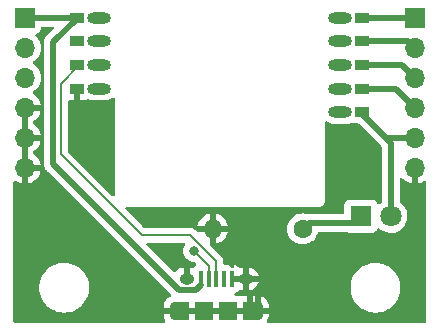
<source format=gbr>
%TF.GenerationSoftware,KiCad,Pcbnew,(6.0.2-0)*%
%TF.CreationDate,2022-05-31T21:56:41-04:00*%
%TF.ProjectId,hitclips_2040_programmer,68697463-6c69-4707-935f-323034305f70,rev?*%
%TF.SameCoordinates,Original*%
%TF.FileFunction,Copper,L1,Top*%
%TF.FilePolarity,Positive*%
%FSLAX46Y46*%
G04 Gerber Fmt 4.6, Leading zero omitted, Abs format (unit mm)*
G04 Created by KiCad (PCBNEW (6.0.2-0)) date 2022-05-31 21:56:41*
%MOMM*%
%LPD*%
G01*
G04 APERTURE LIST*
%TA.AperFunction,ComponentPad*%
%ADD10O,2.000000X0.950000*%
%TD*%
%TA.AperFunction,ComponentPad*%
%ADD11R,1.300000X0.900000*%
%TD*%
%TA.AperFunction,ComponentPad*%
%ADD12R,1.700000X1.700000*%
%TD*%
%TA.AperFunction,ComponentPad*%
%ADD13O,1.700000X1.700000*%
%TD*%
%TA.AperFunction,ComponentPad*%
%ADD14C,1.600000*%
%TD*%
%TA.AperFunction,ComponentPad*%
%ADD15O,1.600000X1.600000*%
%TD*%
%TA.AperFunction,ComponentPad*%
%ADD16C,1.800000*%
%TD*%
%TA.AperFunction,ComponentPad*%
%ADD17R,1.800000X1.800000*%
%TD*%
%TA.AperFunction,SMDPad,CuDef*%
%ADD18R,1.500000X1.550000*%
%TD*%
%TA.AperFunction,ComponentPad*%
%ADD19O,1.250000X0.950000*%
%TD*%
%TA.AperFunction,ComponentPad*%
%ADD20O,0.890000X1.550000*%
%TD*%
%TA.AperFunction,SMDPad,CuDef*%
%ADD21R,1.200000X1.550000*%
%TD*%
%TA.AperFunction,SMDPad,CuDef*%
%ADD22R,0.400000X1.350000*%
%TD*%
%TA.AperFunction,ViaPad*%
%ADD23C,0.800000*%
%TD*%
%TA.AperFunction,Conductor*%
%ADD24C,0.500000*%
%TD*%
%TA.AperFunction,Conductor*%
%ADD25C,0.250000*%
%TD*%
%TA.AperFunction,Conductor*%
%ADD26C,0.200000*%
%TD*%
G04 APERTURE END LIST*
D10*
%TO.P,J3,*%
%TO.N,*%
X166699600Y-70002400D03*
X166699600Y-74002400D03*
X166699600Y-72002400D03*
X166699600Y-76002400D03*
X166699600Y-78002400D03*
D11*
%TO.P,J3,1,Pin_1*%
%TO.N,BOOTSEL*%
X168549600Y-70002400D03*
%TO.P,J3,2,Pin_2*%
%TO.N,PLY_TGL*%
X168549600Y-72002400D03*
%TO.P,J3,3,Pin_3*%
%TO.N,AUD+*%
X168549600Y-74002400D03*
%TO.P,J3,4,Pin_4*%
%TO.N,AUD-*%
X168549600Y-76002400D03*
%TO.P,J3,5,Pin_5*%
%TO.N,DBG*%
X168549600Y-78002400D03*
%TD*%
D10*
%TO.P,J1,*%
%TO.N,*%
X146292000Y-74002400D03*
X146292000Y-76002400D03*
X146292000Y-72002400D03*
X146292000Y-70002400D03*
D11*
%TO.P,J1,1,Pin_1*%
%TO.N,VBUS*%
X144442000Y-70002400D03*
%TO.P,J1,2,Pin_2*%
%TO.N,USB-*%
X144442000Y-72002400D03*
%TO.P,J1,3,Pin_3*%
%TO.N,USB+*%
X144442000Y-74002400D03*
%TO.P,J1,4,Pin_4*%
%TO.N,GND*%
X144442000Y-76002400D03*
%TD*%
D12*
%TO.P,J5,1,Pin_1*%
%TO.N,BOOTSEL*%
X173020000Y-70000000D03*
D13*
%TO.P,J5,2,Pin_2*%
%TO.N,PLY_TGL*%
X173020000Y-72540000D03*
%TO.P,J5,3,Pin_3*%
%TO.N,AUD+*%
X173020000Y-75080000D03*
%TO.P,J5,4,Pin_4*%
%TO.N,AUD-*%
X173020000Y-77620000D03*
%TO.P,J5,5,Pin_5*%
%TO.N,DBG*%
X173020000Y-80160000D03*
%TO.P,J5,6,Pin_6*%
%TO.N,GND*%
X173020000Y-82700000D03*
%TD*%
D14*
%TO.P,R1,1*%
%TO.N,Net-(D1-Pad1)*%
X163525200Y-87884000D03*
D15*
%TO.P,R1,2*%
%TO.N,GND*%
X155905200Y-87884000D03*
%TD*%
D12*
%TO.P,J4,1,Pin_1*%
%TO.N,VBUS*%
X140000000Y-70000000D03*
D13*
%TO.P,J4,2,Pin_2*%
%TO.N,USB-*%
X140000000Y-72540000D03*
%TO.P,J4,3,Pin_3*%
%TO.N,USB+*%
X140000000Y-75080000D03*
%TO.P,J4,4,Pin_4*%
%TO.N,GND*%
X140000000Y-77620000D03*
%TO.P,J4,5,Pin_5*%
X140000000Y-80160000D03*
%TO.P,J4,6,Pin_6*%
X140000000Y-82700000D03*
%TD*%
D16*
%TO.P,D1,2,A*%
%TO.N,DBG*%
X170987800Y-86817200D03*
D17*
%TO.P,D1,1,K*%
%TO.N,Net-(D1-Pad1)*%
X168447800Y-86817200D03*
%TD*%
D18*
%TO.P,J2,6,Shield*%
%TO.N,GND*%
X155210000Y-94822800D03*
D19*
X158710000Y-92122800D03*
D20*
X159710000Y-94822800D03*
D21*
X159110000Y-94822800D03*
D19*
X153710000Y-92122800D03*
D20*
X152710000Y-94822800D03*
D18*
X157210000Y-94822800D03*
D21*
X153310000Y-94822800D03*
D22*
%TO.P,J2,5,GND*%
X157510000Y-92122800D03*
%TO.P,J2,4,ID*%
%TO.N,unconnected-(J2-Pad4)*%
X156860000Y-92122800D03*
%TO.P,J2,3,D+*%
%TO.N,USB+*%
X156210000Y-92122800D03*
%TO.P,J2,2,D-*%
%TO.N,USB-*%
X155560000Y-92122800D03*
%TO.P,J2,1,VBUS*%
%TO.N,VBUS*%
X154910000Y-92122800D03*
%TD*%
D23*
%TO.N,USB-*%
X154330400Y-89763600D03*
%TD*%
D24*
%TO.N,Net-(D1-Pad1)*%
X168447800Y-86817200D02*
X167889000Y-87376000D01*
X167889000Y-87376000D02*
X164033200Y-87376000D01*
X164033200Y-87376000D02*
X163525200Y-87884000D01*
%TO.N,DBG*%
X170987800Y-86817200D02*
X170987800Y-80585800D01*
X170987800Y-80585800D02*
X170562000Y-80160000D01*
X173020000Y-80160000D02*
X170562000Y-80160000D01*
X170562000Y-80160000D02*
X168404400Y-78002400D01*
%TO.N,VBUS*%
X154910000Y-92597800D02*
X154460480Y-93047320D01*
D25*
X154910000Y-92122800D02*
X154910000Y-92597800D01*
D24*
X153042120Y-93047320D02*
X142392400Y-82397600D01*
X154460480Y-93047320D02*
X153042120Y-93047320D01*
X144475200Y-70002400D02*
X144627600Y-70002400D01*
X144625200Y-70000000D02*
X144627600Y-70002400D01*
X142392400Y-82397600D02*
X142392400Y-72085200D01*
X140000000Y-70000000D02*
X144625200Y-70000000D01*
X142392400Y-72085200D02*
X144475200Y-70002400D01*
D26*
%TO.N,USB-*%
X155560000Y-92122800D02*
X155560000Y-90993200D01*
X155560000Y-90993200D02*
X154330400Y-89763600D01*
%TO.N,USB+*%
X149910800Y-88442800D02*
X143052800Y-81584800D01*
X156210000Y-92122800D02*
X156210000Y-90627200D01*
X154025600Y-88442800D02*
X149910800Y-88442800D01*
X156210000Y-90627200D02*
X154025600Y-88442800D01*
X143052800Y-81584800D02*
X143052800Y-75577200D01*
X143052800Y-75577200D02*
X144627600Y-74002400D01*
D24*
%TO.N,BOOTSEL*%
X168406800Y-70000000D02*
X168404400Y-70002400D01*
X173020000Y-70000000D02*
X168406800Y-70000000D01*
%TO.N,PLY_TGL*%
X168423200Y-71983600D02*
X168404400Y-72002400D01*
X173020000Y-72540000D02*
X172463600Y-71983600D01*
X172463600Y-71983600D02*
X168423200Y-71983600D01*
%TO.N,AUD+*%
X173020000Y-75080000D02*
X171942400Y-74002400D01*
X171942400Y-74002400D02*
X168404400Y-74002400D01*
%TO.N,AUD-*%
X171402400Y-76002400D02*
X168404400Y-76002400D01*
X173020000Y-77620000D02*
X171402400Y-76002400D01*
%TD*%
%TA.AperFunction,Conductor*%
%TO.N,GND*%
G36*
X142410350Y-70778502D02*
G01*
X142456843Y-70832158D01*
X142466947Y-70902432D01*
X142437453Y-70967012D01*
X142431324Y-70973595D01*
X141903489Y-71501430D01*
X141889077Y-71513816D01*
X141877482Y-71522349D01*
X141877477Y-71522354D01*
X141871582Y-71526692D01*
X141866843Y-71532270D01*
X141866840Y-71532273D01*
X141837365Y-71566968D01*
X141830435Y-71574484D01*
X141824740Y-71580179D01*
X141822460Y-71583061D01*
X141807119Y-71602451D01*
X141804328Y-71605855D01*
X141761809Y-71655903D01*
X141757067Y-71661485D01*
X141753739Y-71668001D01*
X141750372Y-71673050D01*
X141747205Y-71678179D01*
X141742666Y-71683916D01*
X141711745Y-71750075D01*
X141709842Y-71753969D01*
X141676631Y-71819008D01*
X141674892Y-71826116D01*
X141672793Y-71831759D01*
X141670876Y-71837522D01*
X141667778Y-71844150D01*
X141656039Y-71900590D01*
X141652914Y-71915612D01*
X141651944Y-71919896D01*
X141634592Y-71990810D01*
X141633900Y-72001964D01*
X141633864Y-72001962D01*
X141633625Y-72005955D01*
X141633251Y-72010147D01*
X141631760Y-72017315D01*
X141631958Y-72024632D01*
X141633854Y-72094721D01*
X141633900Y-72098128D01*
X141633900Y-82330530D01*
X141632467Y-82349480D01*
X141629201Y-82370949D01*
X141629794Y-82378241D01*
X141629794Y-82378244D01*
X141633485Y-82423618D01*
X141633900Y-82433833D01*
X141633900Y-82441893D01*
X141634325Y-82445537D01*
X141637189Y-82470107D01*
X141637622Y-82474482D01*
X141641297Y-82519658D01*
X141643540Y-82547237D01*
X141645796Y-82554201D01*
X141646987Y-82560160D01*
X141648371Y-82566015D01*
X141649218Y-82573281D01*
X141674135Y-82641927D01*
X141675552Y-82646055D01*
X141698049Y-82715499D01*
X141701845Y-82721754D01*
X141704351Y-82727228D01*
X141707070Y-82732658D01*
X141709567Y-82739537D01*
X141713580Y-82745657D01*
X141713580Y-82745658D01*
X141749586Y-82800576D01*
X141751923Y-82804280D01*
X141789805Y-82866707D01*
X141793521Y-82870915D01*
X141793522Y-82870916D01*
X141797203Y-82875084D01*
X141797176Y-82875108D01*
X141799829Y-82878100D01*
X141802532Y-82881333D01*
X141806544Y-82887452D01*
X141811856Y-82892484D01*
X141862783Y-82940728D01*
X141865225Y-82943106D01*
X152343663Y-93421544D01*
X152377689Y-93483856D01*
X152372624Y-93554671D01*
X152330077Y-93611507D01*
X152298080Y-93628888D01*
X152296062Y-93629631D01*
X152284658Y-93635192D01*
X152130956Y-93730491D01*
X152120895Y-93738240D01*
X151989504Y-93862490D01*
X151981201Y-93872110D01*
X151877477Y-94020243D01*
X151871280Y-94031331D01*
X151799460Y-94197295D01*
X151795618Y-94209407D01*
X151758323Y-94387934D01*
X151757085Y-94397466D01*
X151757000Y-94400689D01*
X151757000Y-94550685D01*
X151761475Y-94565924D01*
X151762865Y-94567129D01*
X151770548Y-94568800D01*
X158837885Y-94568800D01*
X158853124Y-94564325D01*
X158854329Y-94562935D01*
X158856000Y-94555252D01*
X158856000Y-94550685D01*
X159364000Y-94550685D01*
X159368475Y-94565924D01*
X159369865Y-94567129D01*
X159377548Y-94568800D01*
X159437885Y-94568800D01*
X159453124Y-94564325D01*
X159454329Y-94562935D01*
X159456000Y-94555252D01*
X159456000Y-94550685D01*
X159964000Y-94550685D01*
X159968475Y-94565924D01*
X159969865Y-94567129D01*
X159977548Y-94568800D01*
X160644885Y-94568800D01*
X160660124Y-94564325D01*
X160661329Y-94562935D01*
X160663000Y-94555252D01*
X160663000Y-94447608D01*
X160662677Y-94441233D01*
X160648995Y-94306533D01*
X160646441Y-94294093D01*
X160592365Y-94121536D01*
X160587356Y-94109848D01*
X160499686Y-93951689D01*
X160492435Y-93941256D01*
X160374756Y-93803957D01*
X160365547Y-93795188D01*
X160222667Y-93684358D01*
X160211887Y-93677622D01*
X160049626Y-93597781D01*
X160037727Y-93593355D01*
X159981531Y-93578718D01*
X159967436Y-93579152D01*
X159964000Y-93587333D01*
X159964000Y-94550685D01*
X159456000Y-94550685D01*
X159456000Y-93557915D01*
X159451525Y-93542676D01*
X159450135Y-93541471D01*
X159442452Y-93539800D01*
X159382115Y-93539800D01*
X159366876Y-93544275D01*
X159365671Y-93545665D01*
X159364000Y-93553348D01*
X159364000Y-94550685D01*
X158856000Y-94550685D01*
X158856000Y-93557916D01*
X158851525Y-93542677D01*
X158850135Y-93541472D01*
X158842452Y-93539801D01*
X158465331Y-93539801D01*
X158458510Y-93540171D01*
X158407648Y-93545695D01*
X158392394Y-93549322D01*
X158279229Y-93591745D01*
X158208422Y-93596928D01*
X158190771Y-93591745D01*
X158077609Y-93549322D01*
X158062351Y-93545695D01*
X158011486Y-93540169D01*
X158004672Y-93539800D01*
X157873063Y-93539800D01*
X157804942Y-93519798D01*
X157758449Y-93466142D01*
X157748345Y-93395868D01*
X157777839Y-93331288D01*
X157828834Y-93295818D01*
X157948052Y-93251125D01*
X157963649Y-93242586D01*
X158065724Y-93166085D01*
X158078285Y-93153524D01*
X158114017Y-93105847D01*
X158170876Y-93063332D01*
X158241695Y-93058306D01*
X158252939Y-93061309D01*
X158267487Y-93065923D01*
X158438264Y-93101601D01*
X158452325Y-93100478D01*
X158456000Y-93090371D01*
X158456000Y-93082190D01*
X158964000Y-93082190D01*
X158968216Y-93096550D01*
X158980695Y-93098609D01*
X159052331Y-93091333D01*
X159064770Y-93088779D01*
X159243143Y-93032880D01*
X159254831Y-93027871D01*
X159313946Y-92995103D01*
X167588143Y-92995103D01*
X167588702Y-92999347D01*
X167588702Y-92999351D01*
X167599608Y-93082190D01*
X167625668Y-93280134D01*
X167701529Y-93557436D01*
X167703213Y-93561384D01*
X167809479Y-93810519D01*
X167814323Y-93821876D01*
X167888873Y-93946440D01*
X167892015Y-93951689D01*
X167961961Y-94068561D01*
X168141713Y-94292928D01*
X168350251Y-94490823D01*
X168583717Y-94658586D01*
X168587512Y-94660595D01*
X168587513Y-94660596D01*
X168609269Y-94672115D01*
X168837792Y-94793112D01*
X169107773Y-94891911D01*
X169388664Y-94953155D01*
X169417241Y-94955404D01*
X169611682Y-94970707D01*
X169611691Y-94970707D01*
X169614139Y-94970900D01*
X169769671Y-94970900D01*
X169771807Y-94970754D01*
X169771818Y-94970754D01*
X169979948Y-94956565D01*
X169979954Y-94956564D01*
X169984225Y-94956273D01*
X169988420Y-94955404D01*
X169988422Y-94955404D01*
X170124983Y-94927124D01*
X170265742Y-94897974D01*
X170536743Y-94802007D01*
X170792212Y-94670150D01*
X170795713Y-94667689D01*
X170795717Y-94667687D01*
X170909817Y-94587496D01*
X171027423Y-94504841D01*
X171238022Y-94309140D01*
X171420113Y-94086668D01*
X171570327Y-93841542D01*
X171585069Y-93807960D01*
X171684157Y-93582230D01*
X171685883Y-93578298D01*
X171696374Y-93541471D01*
X171763468Y-93305934D01*
X171764644Y-93301806D01*
X171805151Y-93017184D01*
X171805245Y-92999351D01*
X171806635Y-92733983D01*
X171806635Y-92733976D01*
X171806657Y-92729697D01*
X171769132Y-92444666D01*
X171693271Y-92167364D01*
X171682695Y-92142570D01*
X171582163Y-91906876D01*
X171582161Y-91906872D01*
X171580477Y-91902924D01*
X171456429Y-91695655D01*
X171435043Y-91659921D01*
X171435040Y-91659917D01*
X171432839Y-91656239D01*
X171253087Y-91431872D01*
X171044549Y-91233977D01*
X170829593Y-91079515D01*
X170814572Y-91068721D01*
X170814571Y-91068720D01*
X170811083Y-91066214D01*
X170789243Y-91054650D01*
X170691719Y-91003014D01*
X170557008Y-90931688D01*
X170287027Y-90832889D01*
X170006136Y-90771645D01*
X169975085Y-90769201D01*
X169783118Y-90754093D01*
X169783109Y-90754093D01*
X169780661Y-90753900D01*
X169625129Y-90753900D01*
X169622993Y-90754046D01*
X169622982Y-90754046D01*
X169414852Y-90768235D01*
X169414846Y-90768236D01*
X169410575Y-90768527D01*
X169406380Y-90769396D01*
X169406378Y-90769396D01*
X169286203Y-90794283D01*
X169129058Y-90826826D01*
X168858057Y-90922793D01*
X168602588Y-91054650D01*
X168599087Y-91057111D01*
X168599083Y-91057113D01*
X168484982Y-91137305D01*
X168367377Y-91219959D01*
X168352292Y-91233977D01*
X168173990Y-91399666D01*
X168156778Y-91415660D01*
X167974687Y-91638132D01*
X167824473Y-91883258D01*
X167708917Y-92146502D01*
X167630156Y-92422994D01*
X167589649Y-92707616D01*
X167589627Y-92711905D01*
X167589626Y-92711912D01*
X167588484Y-92929996D01*
X167588143Y-92995103D01*
X159313946Y-92995103D01*
X159418320Y-92937247D01*
X159428753Y-92929996D01*
X159570688Y-92808344D01*
X159579441Y-92799153D01*
X159694021Y-92651436D01*
X159700745Y-92640676D01*
X159783281Y-92472940D01*
X159787709Y-92461033D01*
X159805083Y-92394331D01*
X159804649Y-92380236D01*
X159796468Y-92376800D01*
X158982115Y-92376800D01*
X158966876Y-92381275D01*
X158965671Y-92382665D01*
X158964000Y-92390348D01*
X158964000Y-93082190D01*
X158456000Y-93082190D01*
X158456000Y-92394915D01*
X158451525Y-92379676D01*
X158450135Y-92378471D01*
X158442452Y-92376800D01*
X157694500Y-92376800D01*
X157626379Y-92356798D01*
X157579886Y-92303142D01*
X157568500Y-92250800D01*
X157568500Y-91991428D01*
X157588502Y-91923307D01*
X157642158Y-91876814D01*
X157712432Y-91866710D01*
X157721285Y-91868308D01*
X157723547Y-91868800D01*
X158437885Y-91868800D01*
X158453124Y-91864325D01*
X158454329Y-91862935D01*
X158456000Y-91855252D01*
X158456000Y-91850685D01*
X158964000Y-91850685D01*
X158968475Y-91865924D01*
X158969865Y-91867129D01*
X158977548Y-91868800D01*
X159795867Y-91868800D01*
X159809398Y-91864827D01*
X159810275Y-91858725D01*
X159750277Y-91695655D01*
X159744703Y-91684227D01*
X159646201Y-91525360D01*
X159638451Y-91515296D01*
X159510014Y-91379478D01*
X159500394Y-91371175D01*
X159347269Y-91263955D01*
X159336180Y-91257758D01*
X159164618Y-91183516D01*
X159152515Y-91179677D01*
X158981736Y-91143999D01*
X158967675Y-91145122D01*
X158964000Y-91155229D01*
X158964000Y-91850685D01*
X158456000Y-91850685D01*
X158456000Y-91163410D01*
X158451784Y-91149050D01*
X158439305Y-91146991D01*
X158367669Y-91154267D01*
X158355233Y-91156820D01*
X158255306Y-91188136D01*
X158184321Y-91189421D01*
X158123910Y-91152124D01*
X158116799Y-91143466D01*
X158078284Y-91092075D01*
X158065724Y-91079515D01*
X157963649Y-91003014D01*
X157948054Y-90994476D01*
X157827606Y-90949322D01*
X157812351Y-90945695D01*
X157761486Y-90940169D01*
X157754672Y-90939800D01*
X157728115Y-90939800D01*
X157712876Y-90944275D01*
X157711671Y-90945665D01*
X157710000Y-90953348D01*
X157710000Y-91088916D01*
X157689998Y-91157037D01*
X157636342Y-91203530D01*
X157566068Y-91213634D01*
X157501488Y-91184140D01*
X157483174Y-91164481D01*
X157482372Y-91163410D01*
X157423261Y-91084539D01*
X157359240Y-91036558D01*
X157316725Y-90979699D01*
X157313909Y-90971230D01*
X157305525Y-90942677D01*
X157304135Y-90941472D01*
X157296452Y-90939801D01*
X157265331Y-90939801D01*
X157258510Y-90940171D01*
X157199793Y-90946548D01*
X157199495Y-90943802D01*
X157170554Y-90943860D01*
X157170316Y-90946055D01*
X157111531Y-90939669D01*
X157108134Y-90939300D01*
X156944500Y-90939300D01*
X156876379Y-90919298D01*
X156829886Y-90865642D01*
X156818500Y-90813300D01*
X156818500Y-90675336D01*
X156819578Y-90658890D01*
X156822672Y-90635388D01*
X156823750Y-90627200D01*
X156818500Y-90587320D01*
X156818500Y-90587315D01*
X156802838Y-90468350D01*
X156800074Y-90461676D01*
X156793726Y-90446349D01*
X156744684Y-90327954D01*
X156741524Y-90320324D01*
X156730113Y-90305452D01*
X156668483Y-90225136D01*
X156668477Y-90225128D01*
X156668474Y-90225125D01*
X156643987Y-90193213D01*
X156637432Y-90188183D01*
X156618621Y-90173748D01*
X156606230Y-90162881D01*
X155688105Y-89244756D01*
X155654079Y-89182444D01*
X155651200Y-89155661D01*
X155651200Y-89151967D01*
X156159200Y-89151967D01*
X156163173Y-89165498D01*
X156171722Y-89166727D01*
X156348961Y-89119236D01*
X156359253Y-89115490D01*
X156556711Y-89023414D01*
X156566207Y-89017931D01*
X156744667Y-88892972D01*
X156753075Y-88885916D01*
X156907116Y-88731875D01*
X156914172Y-88723467D01*
X157039131Y-88545007D01*
X157044614Y-88535511D01*
X157136690Y-88338053D01*
X157140436Y-88327761D01*
X157186594Y-88155497D01*
X157186258Y-88141401D01*
X157178316Y-88138000D01*
X156177315Y-88138000D01*
X156162076Y-88142475D01*
X156160871Y-88143865D01*
X156159200Y-88151548D01*
X156159200Y-89151967D01*
X155651200Y-89151967D01*
X155651200Y-88156115D01*
X155646725Y-88140876D01*
X155645335Y-88139671D01*
X155637652Y-88138000D01*
X154633539Y-88138000D01*
X154565418Y-88117998D01*
X154544444Y-88101095D01*
X154489915Y-88046566D01*
X154479048Y-88034175D01*
X154464613Y-88015363D01*
X154459587Y-88008813D01*
X154427675Y-87984326D01*
X154427672Y-87984323D01*
X154332476Y-87911276D01*
X154184451Y-87849962D01*
X154176264Y-87848884D01*
X154176263Y-87848884D01*
X154165058Y-87847409D01*
X154121040Y-87841614D01*
X154065485Y-87834300D01*
X154065482Y-87834300D01*
X154065474Y-87834299D01*
X154033789Y-87830128D01*
X154025600Y-87829050D01*
X153993907Y-87833222D01*
X153977464Y-87834300D01*
X150215039Y-87834300D01*
X150146918Y-87814298D01*
X150125944Y-87797395D01*
X149941052Y-87612503D01*
X154623806Y-87612503D01*
X154624142Y-87626599D01*
X154632084Y-87630000D01*
X155633085Y-87630000D01*
X155648324Y-87625525D01*
X155649529Y-87624135D01*
X155651200Y-87616452D01*
X155651200Y-87611885D01*
X156159200Y-87611885D01*
X156163675Y-87627124D01*
X156165065Y-87628329D01*
X156172748Y-87630000D01*
X157173167Y-87630000D01*
X157186698Y-87626027D01*
X157187927Y-87617478D01*
X157140436Y-87440239D01*
X157136690Y-87429947D01*
X157044614Y-87232489D01*
X157039131Y-87222993D01*
X156914172Y-87044533D01*
X156907116Y-87036125D01*
X156753075Y-86882084D01*
X156744667Y-86875028D01*
X156566207Y-86750069D01*
X156556711Y-86744586D01*
X156359253Y-86652510D01*
X156348961Y-86648764D01*
X156176697Y-86602606D01*
X156162601Y-86602942D01*
X156159200Y-86610884D01*
X156159200Y-87611885D01*
X155651200Y-87611885D01*
X155651200Y-86616033D01*
X155647227Y-86602502D01*
X155638678Y-86601273D01*
X155461439Y-86648764D01*
X155451147Y-86652510D01*
X155253689Y-86744586D01*
X155244193Y-86750069D01*
X155065733Y-86875028D01*
X155057325Y-86882084D01*
X154903284Y-87036125D01*
X154896228Y-87044533D01*
X154771269Y-87222993D01*
X154765786Y-87232489D01*
X154673710Y-87429947D01*
X154669964Y-87440239D01*
X154623806Y-87612503D01*
X149941052Y-87612503D01*
X148548044Y-86219495D01*
X148514018Y-86157183D01*
X148519083Y-86086368D01*
X148561630Y-86029532D01*
X148628150Y-86004721D01*
X148637139Y-86004400D01*
X164888098Y-86004400D01*
X164888869Y-86004402D01*
X164966452Y-86004876D01*
X164975081Y-86002410D01*
X164975086Y-86002409D01*
X164994848Y-85996761D01*
X165011609Y-85993183D01*
X165031952Y-85990270D01*
X165031962Y-85990267D01*
X165040845Y-85988995D01*
X165064195Y-85978379D01*
X165081707Y-85971936D01*
X165097737Y-85967354D01*
X165106365Y-85964888D01*
X165131348Y-85949126D01*
X165146414Y-85940996D01*
X165173310Y-85928767D01*
X165192739Y-85912026D01*
X165207747Y-85900921D01*
X165221839Y-85892030D01*
X165229431Y-85887240D01*
X165248982Y-85865103D01*
X165261174Y-85853059D01*
X165276749Y-85839639D01*
X165276750Y-85839637D01*
X165283547Y-85833781D01*
X165288426Y-85826253D01*
X165288429Y-85826250D01*
X165297496Y-85812261D01*
X165308786Y-85797387D01*
X165319812Y-85784902D01*
X165325756Y-85778172D01*
X165329903Y-85769341D01*
X165335597Y-85757212D01*
X165338310Y-85751434D01*
X165346624Y-85736465D01*
X165362693Y-85711673D01*
X165370039Y-85687109D01*
X165376701Y-85669664D01*
X165383783Y-85654579D01*
X165387599Y-85646452D01*
X165392143Y-85617270D01*
X165395926Y-85600551D01*
X165401814Y-85580864D01*
X165401815Y-85580861D01*
X165404387Y-85572259D01*
X165404597Y-85537844D01*
X165404630Y-85537072D01*
X165404800Y-85535977D01*
X165404800Y-85505102D01*
X165404802Y-85504332D01*
X165405252Y-85430684D01*
X165405252Y-85430683D01*
X165405276Y-85426748D01*
X165404892Y-85425404D01*
X165404800Y-85424059D01*
X165404800Y-78906069D01*
X165424802Y-78837948D01*
X165478458Y-78791455D01*
X165548732Y-78781351D01*
X165603071Y-78802856D01*
X165692316Y-78865346D01*
X165875686Y-78944698D01*
X166071266Y-78985556D01*
X166076122Y-78985811D01*
X166076161Y-78985813D01*
X166076177Y-78985813D01*
X166077829Y-78985900D01*
X167274534Y-78985900D01*
X167303830Y-78982924D01*
X167417034Y-78971426D01*
X167417038Y-78971425D01*
X167423380Y-78970781D01*
X167429465Y-78968874D01*
X167429470Y-78968873D01*
X167605509Y-78913705D01*
X167676494Y-78912421D01*
X167687416Y-78915956D01*
X167789284Y-78954145D01*
X167851466Y-78960900D01*
X168238029Y-78960900D01*
X168306150Y-78980902D01*
X168327124Y-78997805D01*
X169978230Y-80648911D01*
X169990616Y-80663323D01*
X169999149Y-80674918D01*
X169999154Y-80674923D01*
X170003492Y-80680818D01*
X170009070Y-80685557D01*
X170009073Y-80685560D01*
X170043768Y-80715035D01*
X170051284Y-80721965D01*
X170192395Y-80863076D01*
X170226421Y-80925388D01*
X170229300Y-80952171D01*
X170229300Y-85562327D01*
X170209298Y-85630448D01*
X170178954Y-85663086D01*
X170157888Y-85678903D01*
X170061277Y-85751441D01*
X170049455Y-85760317D01*
X170040159Y-85770045D01*
X170031970Y-85778614D01*
X169970446Y-85814044D01*
X169899533Y-85810587D01*
X169841747Y-85769341D01*
X169822894Y-85735792D01*
X169801568Y-85678905D01*
X169801567Y-85678903D01*
X169798415Y-85670495D01*
X169711061Y-85553939D01*
X169594505Y-85466585D01*
X169458116Y-85415455D01*
X169395934Y-85408700D01*
X167499666Y-85408700D01*
X167437484Y-85415455D01*
X167301095Y-85466585D01*
X167184539Y-85553939D01*
X167097185Y-85670495D01*
X167046055Y-85806884D01*
X167039300Y-85869066D01*
X167039300Y-86491500D01*
X167019298Y-86559621D01*
X166965642Y-86606114D01*
X166913300Y-86617500D01*
X164100263Y-86617500D01*
X164081314Y-86616067D01*
X164081090Y-86616033D01*
X164059851Y-86612802D01*
X164052559Y-86613395D01*
X164052556Y-86613395D01*
X164007191Y-86617085D01*
X163996977Y-86617500D01*
X163988907Y-86617500D01*
X163985284Y-86617922D01*
X163985272Y-86617923D01*
X163960663Y-86620792D01*
X163956310Y-86621223D01*
X163910395Y-86624958D01*
X163867570Y-86621079D01*
X163758609Y-86591882D01*
X163758598Y-86591880D01*
X163753287Y-86590457D01*
X163525200Y-86570502D01*
X163297113Y-86590457D01*
X163291800Y-86591881D01*
X163291798Y-86591881D01*
X163081267Y-86648293D01*
X163081265Y-86648294D01*
X163075957Y-86649716D01*
X163070976Y-86652039D01*
X163070975Y-86652039D01*
X162873438Y-86744151D01*
X162873433Y-86744154D01*
X162868451Y-86746477D01*
X162772238Y-86813846D01*
X162685411Y-86874643D01*
X162685408Y-86874645D01*
X162680900Y-86877802D01*
X162519002Y-87039700D01*
X162387677Y-87227251D01*
X162385354Y-87232233D01*
X162385351Y-87232238D01*
X162334112Y-87342122D01*
X162290916Y-87434757D01*
X162289494Y-87440065D01*
X162289493Y-87440067D01*
X162241956Y-87617478D01*
X162231657Y-87655913D01*
X162211702Y-87884000D01*
X162231657Y-88112087D01*
X162233081Y-88117400D01*
X162233081Y-88117402D01*
X162262953Y-88228883D01*
X162290916Y-88333243D01*
X162293239Y-88338224D01*
X162293239Y-88338225D01*
X162385351Y-88535762D01*
X162385354Y-88535767D01*
X162387677Y-88540749D01*
X162519002Y-88728300D01*
X162680900Y-88890198D01*
X162685408Y-88893355D01*
X162685411Y-88893357D01*
X162763589Y-88948098D01*
X162868451Y-89021523D01*
X162873433Y-89023846D01*
X162873438Y-89023849D01*
X163004008Y-89084734D01*
X163075957Y-89118284D01*
X163081265Y-89119706D01*
X163081267Y-89119707D01*
X163291798Y-89176119D01*
X163291800Y-89176119D01*
X163297113Y-89177543D01*
X163525200Y-89197498D01*
X163753287Y-89177543D01*
X163758600Y-89176119D01*
X163758602Y-89176119D01*
X163969133Y-89119707D01*
X163969135Y-89119706D01*
X163974443Y-89118284D01*
X164046392Y-89084734D01*
X164176962Y-89023849D01*
X164176967Y-89023846D01*
X164181949Y-89021523D01*
X164286811Y-88948098D01*
X164364989Y-88893357D01*
X164364992Y-88893355D01*
X164369500Y-88890198D01*
X164531398Y-88728300D01*
X164662723Y-88540749D01*
X164665046Y-88535767D01*
X164665049Y-88535762D01*
X164757161Y-88338225D01*
X164757161Y-88338224D01*
X164759484Y-88333243D01*
X164787447Y-88228883D01*
X164787714Y-88227888D01*
X164824666Y-88167266D01*
X164888527Y-88136244D01*
X164909421Y-88134500D01*
X167214668Y-88134500D01*
X167282789Y-88154502D01*
X167290219Y-88159664D01*
X167301095Y-88167815D01*
X167437484Y-88218945D01*
X167499666Y-88225700D01*
X169395934Y-88225700D01*
X169458116Y-88218945D01*
X169594505Y-88167815D01*
X169711061Y-88080461D01*
X169798415Y-87963905D01*
X169822980Y-87898378D01*
X169865622Y-87841614D01*
X169932183Y-87816914D01*
X170001532Y-87832121D01*
X170021447Y-87845664D01*
X170153742Y-87955497D01*
X170177149Y-87974930D01*
X170377122Y-88091784D01*
X170593494Y-88174409D01*
X170598560Y-88175440D01*
X170598561Y-88175440D01*
X170651646Y-88186240D01*
X170820456Y-88220585D01*
X170949889Y-88225331D01*
X171046749Y-88228883D01*
X171046753Y-88228883D01*
X171051913Y-88229072D01*
X171057033Y-88228416D01*
X171057035Y-88228416D01*
X171130966Y-88218945D01*
X171281647Y-88199642D01*
X171286595Y-88198157D01*
X171286602Y-88198156D01*
X171498547Y-88134569D01*
X171503490Y-88133086D01*
X171535505Y-88117402D01*
X171706849Y-88033462D01*
X171706852Y-88033460D01*
X171711484Y-88031191D01*
X171900043Y-87896694D01*
X172064103Y-87733205D01*
X172199258Y-87545117D01*
X172301878Y-87337480D01*
X172369208Y-87115871D01*
X172399440Y-86886241D01*
X172399714Y-86875028D01*
X172401045Y-86820565D01*
X172401045Y-86820561D01*
X172401127Y-86817200D01*
X172387587Y-86652510D01*
X172382573Y-86591518D01*
X172382572Y-86591512D01*
X172382149Y-86586367D01*
X172325725Y-86361733D01*
X172233370Y-86149331D01*
X172107564Y-85954865D01*
X172102347Y-85949131D01*
X172014928Y-85853059D01*
X171951687Y-85783558D01*
X171947636Y-85780359D01*
X171947632Y-85780355D01*
X171794208Y-85659189D01*
X171753145Y-85601272D01*
X171746300Y-85560307D01*
X171746300Y-83641714D01*
X171766302Y-83573593D01*
X171819958Y-83527100D01*
X171890232Y-83516996D01*
X171954812Y-83546490D01*
X171967537Y-83559216D01*
X172063218Y-83669673D01*
X172070580Y-83676883D01*
X172234434Y-83812916D01*
X172242881Y-83818831D01*
X172426756Y-83926279D01*
X172436042Y-83930729D01*
X172635001Y-84006703D01*
X172644899Y-84009579D01*
X172748250Y-84030606D01*
X172762299Y-84029410D01*
X172766000Y-84019065D01*
X172766000Y-82572000D01*
X172786002Y-82503879D01*
X172839658Y-82457386D01*
X172892000Y-82446000D01*
X173148000Y-82446000D01*
X173216121Y-82466002D01*
X173262614Y-82519658D01*
X173274000Y-82572000D01*
X173274000Y-84018517D01*
X173278064Y-84032359D01*
X173291478Y-84034393D01*
X173298184Y-84033534D01*
X173308262Y-84031392D01*
X173512255Y-83970191D01*
X173521842Y-83966433D01*
X173713095Y-83872739D01*
X173721945Y-83867464D01*
X173790832Y-83818327D01*
X173857905Y-83795054D01*
X173926914Y-83811737D01*
X173975948Y-83863081D01*
X173990000Y-83920906D01*
X173990000Y-95733600D01*
X173969998Y-95801721D01*
X173916342Y-95848214D01*
X173864000Y-95859600D01*
X160620549Y-95859600D01*
X160552428Y-95839598D01*
X160505935Y-95785942D01*
X160495831Y-95715668D01*
X160517336Y-95661330D01*
X160542520Y-95625363D01*
X160548720Y-95614269D01*
X160620540Y-95448305D01*
X160624382Y-95436193D01*
X160661677Y-95257666D01*
X160662915Y-95248134D01*
X160663000Y-95244911D01*
X160663000Y-95094915D01*
X160658525Y-95079676D01*
X160657135Y-95078471D01*
X160649452Y-95076800D01*
X151775115Y-95076800D01*
X151759876Y-95081275D01*
X151758671Y-95082665D01*
X151757000Y-95090348D01*
X151757000Y-95197992D01*
X151757323Y-95204367D01*
X151771005Y-95339067D01*
X151773559Y-95351507D01*
X151827635Y-95524064D01*
X151832644Y-95535752D01*
X151908453Y-95672514D01*
X151923985Y-95741791D01*
X151899597Y-95808467D01*
X151843032Y-95851374D01*
X151798251Y-95859600D01*
X139165600Y-95859600D01*
X139097479Y-95839598D01*
X139050986Y-95785942D01*
X139039600Y-95733600D01*
X139039600Y-92995103D01*
X141222943Y-92995103D01*
X141223502Y-92999347D01*
X141223502Y-92999351D01*
X141234408Y-93082190D01*
X141260468Y-93280134D01*
X141336329Y-93557436D01*
X141338013Y-93561384D01*
X141444279Y-93810519D01*
X141449123Y-93821876D01*
X141523673Y-93946440D01*
X141526815Y-93951689D01*
X141596761Y-94068561D01*
X141776513Y-94292928D01*
X141985051Y-94490823D01*
X142218517Y-94658586D01*
X142222312Y-94660595D01*
X142222313Y-94660596D01*
X142244069Y-94672115D01*
X142472592Y-94793112D01*
X142742573Y-94891911D01*
X143023464Y-94953155D01*
X143052041Y-94955404D01*
X143246482Y-94970707D01*
X143246491Y-94970707D01*
X143248939Y-94970900D01*
X143404471Y-94970900D01*
X143406607Y-94970754D01*
X143406618Y-94970754D01*
X143614748Y-94956565D01*
X143614754Y-94956564D01*
X143619025Y-94956273D01*
X143623220Y-94955404D01*
X143623222Y-94955404D01*
X143759783Y-94927124D01*
X143900542Y-94897974D01*
X144171543Y-94802007D01*
X144427012Y-94670150D01*
X144430513Y-94667689D01*
X144430517Y-94667687D01*
X144544617Y-94587496D01*
X144662223Y-94504841D01*
X144872822Y-94309140D01*
X145054913Y-94086668D01*
X145205127Y-93841542D01*
X145219869Y-93807960D01*
X145318957Y-93582230D01*
X145320683Y-93578298D01*
X145331174Y-93541471D01*
X145398268Y-93305934D01*
X145399444Y-93301806D01*
X145439951Y-93017184D01*
X145440045Y-92999351D01*
X145441435Y-92733983D01*
X145441435Y-92733976D01*
X145441457Y-92729697D01*
X145403932Y-92444666D01*
X145328071Y-92167364D01*
X145317495Y-92142570D01*
X145216963Y-91906876D01*
X145216961Y-91906872D01*
X145215277Y-91902924D01*
X145091229Y-91695655D01*
X145069843Y-91659921D01*
X145069840Y-91659917D01*
X145067639Y-91656239D01*
X144887887Y-91431872D01*
X144679349Y-91233977D01*
X144464393Y-91079515D01*
X144449372Y-91068721D01*
X144449371Y-91068720D01*
X144445883Y-91066214D01*
X144424043Y-91054650D01*
X144326519Y-91003014D01*
X144191808Y-90931688D01*
X143921827Y-90832889D01*
X143640936Y-90771645D01*
X143609885Y-90769201D01*
X143417918Y-90754093D01*
X143417909Y-90754093D01*
X143415461Y-90753900D01*
X143259929Y-90753900D01*
X143257793Y-90754046D01*
X143257782Y-90754046D01*
X143049652Y-90768235D01*
X143049646Y-90768236D01*
X143045375Y-90768527D01*
X143041180Y-90769396D01*
X143041178Y-90769396D01*
X142921003Y-90794283D01*
X142763858Y-90826826D01*
X142492857Y-90922793D01*
X142237388Y-91054650D01*
X142233887Y-91057111D01*
X142233883Y-91057113D01*
X142119782Y-91137305D01*
X142002177Y-91219959D01*
X141987092Y-91233977D01*
X141808790Y-91399666D01*
X141791578Y-91415660D01*
X141609487Y-91638132D01*
X141459273Y-91883258D01*
X141343717Y-92146502D01*
X141264956Y-92422994D01*
X141224449Y-92707616D01*
X141224427Y-92711905D01*
X141224426Y-92711912D01*
X141223284Y-92929996D01*
X141222943Y-92995103D01*
X139039600Y-92995103D01*
X139039600Y-83931294D01*
X139059602Y-83863173D01*
X139113258Y-83816680D01*
X139183532Y-83806576D01*
X139229171Y-83822506D01*
X139406761Y-83926282D01*
X139416042Y-83930729D01*
X139615001Y-84006703D01*
X139624899Y-84009579D01*
X139728250Y-84030606D01*
X139742299Y-84029410D01*
X139746000Y-84019065D01*
X139746000Y-84018517D01*
X140254000Y-84018517D01*
X140258064Y-84032359D01*
X140271478Y-84034393D01*
X140278184Y-84033534D01*
X140288262Y-84031392D01*
X140492255Y-83970191D01*
X140501842Y-83966433D01*
X140693095Y-83872739D01*
X140701945Y-83867464D01*
X140875328Y-83743792D01*
X140883200Y-83737139D01*
X141034052Y-83586812D01*
X141040730Y-83578965D01*
X141165003Y-83406020D01*
X141170313Y-83397183D01*
X141264670Y-83206267D01*
X141268469Y-83196672D01*
X141330377Y-82992910D01*
X141332555Y-82982837D01*
X141333986Y-82971962D01*
X141331775Y-82957778D01*
X141318617Y-82954000D01*
X140272115Y-82954000D01*
X140256876Y-82958475D01*
X140255671Y-82959865D01*
X140254000Y-82967548D01*
X140254000Y-84018517D01*
X139746000Y-84018517D01*
X139746000Y-82427885D01*
X140254000Y-82427885D01*
X140258475Y-82443124D01*
X140259865Y-82444329D01*
X140267548Y-82446000D01*
X141318344Y-82446000D01*
X141331875Y-82442027D01*
X141333180Y-82432947D01*
X141291214Y-82265875D01*
X141287894Y-82256124D01*
X141202972Y-82060814D01*
X141198105Y-82051739D01*
X141082426Y-81872926D01*
X141076136Y-81864757D01*
X140932806Y-81707240D01*
X140925273Y-81700215D01*
X140758139Y-81568222D01*
X140749552Y-81562517D01*
X140712116Y-81541851D01*
X140662146Y-81491419D01*
X140647374Y-81421976D01*
X140672490Y-81355571D01*
X140699842Y-81328964D01*
X140875327Y-81203792D01*
X140883200Y-81197139D01*
X141034052Y-81046812D01*
X141040730Y-81038965D01*
X141165003Y-80866020D01*
X141170313Y-80857183D01*
X141264670Y-80666267D01*
X141268469Y-80656672D01*
X141330377Y-80452910D01*
X141332555Y-80442837D01*
X141333986Y-80431962D01*
X141331775Y-80417778D01*
X141318617Y-80414000D01*
X140272115Y-80414000D01*
X140256876Y-80418475D01*
X140255671Y-80419865D01*
X140254000Y-80427548D01*
X140254000Y-82427885D01*
X139746000Y-82427885D01*
X139746000Y-79887885D01*
X140254000Y-79887885D01*
X140258475Y-79903124D01*
X140259865Y-79904329D01*
X140267548Y-79906000D01*
X141318344Y-79906000D01*
X141331875Y-79902027D01*
X141333180Y-79892947D01*
X141291214Y-79725875D01*
X141287894Y-79716124D01*
X141202972Y-79520814D01*
X141198105Y-79511739D01*
X141082426Y-79332926D01*
X141076136Y-79324757D01*
X140932806Y-79167240D01*
X140925273Y-79160215D01*
X140758139Y-79028222D01*
X140749552Y-79022517D01*
X140712116Y-79001851D01*
X140662146Y-78951419D01*
X140647374Y-78881976D01*
X140672490Y-78815571D01*
X140699842Y-78788964D01*
X140875327Y-78663792D01*
X140883200Y-78657139D01*
X141034052Y-78506812D01*
X141040730Y-78498965D01*
X141165003Y-78326020D01*
X141170313Y-78317183D01*
X141264670Y-78126267D01*
X141268469Y-78116672D01*
X141330377Y-77912910D01*
X141332555Y-77902837D01*
X141333986Y-77891962D01*
X141331775Y-77877778D01*
X141318617Y-77874000D01*
X140272115Y-77874000D01*
X140256876Y-77878475D01*
X140255671Y-77879865D01*
X140254000Y-77887548D01*
X140254000Y-79887885D01*
X139746000Y-79887885D01*
X139746000Y-77492000D01*
X139766002Y-77423879D01*
X139819658Y-77377386D01*
X139872000Y-77366000D01*
X141318344Y-77366000D01*
X141331875Y-77362027D01*
X141333180Y-77352947D01*
X141291214Y-77185875D01*
X141287894Y-77176124D01*
X141202972Y-76980814D01*
X141198105Y-76971739D01*
X141082426Y-76792926D01*
X141076136Y-76784757D01*
X140932806Y-76627240D01*
X140925273Y-76620215D01*
X140758139Y-76488222D01*
X140749556Y-76482520D01*
X140712602Y-76462120D01*
X140662631Y-76411687D01*
X140647859Y-76342245D01*
X140672975Y-76275839D01*
X140700327Y-76249232D01*
X140723797Y-76232491D01*
X140879860Y-76121173D01*
X141038096Y-75963489D01*
X141168453Y-75782077D01*
X141267430Y-75581811D01*
X141332370Y-75368069D01*
X141361529Y-75146590D01*
X141361614Y-75143116D01*
X141363074Y-75083365D01*
X141363074Y-75083361D01*
X141363156Y-75080000D01*
X141344852Y-74857361D01*
X141290431Y-74640702D01*
X141201354Y-74435840D01*
X141080014Y-74248277D01*
X140929670Y-74083051D01*
X140925619Y-74079852D01*
X140925615Y-74079848D01*
X140758414Y-73947800D01*
X140758410Y-73947798D01*
X140754359Y-73944598D01*
X140713053Y-73921796D01*
X140663084Y-73871364D01*
X140648312Y-73801921D01*
X140673428Y-73735516D01*
X140700780Y-73708909D01*
X140744603Y-73677650D01*
X140879860Y-73581173D01*
X141038096Y-73423489D01*
X141062050Y-73390154D01*
X141165435Y-73246277D01*
X141168453Y-73242077D01*
X141175138Y-73228552D01*
X141265136Y-73046453D01*
X141265137Y-73046451D01*
X141267430Y-73041811D01*
X141332370Y-72828069D01*
X141361529Y-72606590D01*
X141363156Y-72540000D01*
X141344852Y-72317361D01*
X141290431Y-72100702D01*
X141201354Y-71895840D01*
X141151649Y-71819008D01*
X141082822Y-71712617D01*
X141082820Y-71712614D01*
X141080014Y-71708277D01*
X141076532Y-71704450D01*
X140932798Y-71546488D01*
X140901746Y-71482642D01*
X140910141Y-71412143D01*
X140955317Y-71357375D01*
X140981761Y-71343706D01*
X141088297Y-71303767D01*
X141096705Y-71300615D01*
X141213261Y-71213261D01*
X141300615Y-71096705D01*
X141351745Y-70960316D01*
X141358500Y-70898134D01*
X141358500Y-70884500D01*
X141378502Y-70816379D01*
X141432158Y-70769886D01*
X141484500Y-70758500D01*
X142342229Y-70758500D01*
X142410350Y-70778502D01*
G37*
%TD.AperFunction*%
%TA.AperFunction,Conductor*%
G36*
X153542485Y-89071302D02*
G01*
X153588978Y-89124958D01*
X153599082Y-89195232D01*
X153583484Y-89240298D01*
X153495873Y-89392044D01*
X153436858Y-89573672D01*
X153416896Y-89763600D01*
X153436858Y-89953528D01*
X153495873Y-90135156D01*
X153591360Y-90300544D01*
X153595778Y-90305451D01*
X153595779Y-90305452D01*
X153609170Y-90320324D01*
X153719147Y-90442466D01*
X153873648Y-90554718D01*
X153879676Y-90557402D01*
X153879678Y-90557403D01*
X154018053Y-90619011D01*
X154048112Y-90632394D01*
X154141513Y-90652247D01*
X154228456Y-90670728D01*
X154228461Y-90670728D01*
X154234913Y-90672100D01*
X154326161Y-90672100D01*
X154394282Y-90692102D01*
X154415256Y-90709005D01*
X154500534Y-90794283D01*
X154534560Y-90856595D01*
X154529495Y-90927410D01*
X154486948Y-90984246D01*
X154471950Y-90993897D01*
X154471699Y-90994035D01*
X154463295Y-90997185D01*
X154346739Y-91084539D01*
X154341358Y-91091719D01*
X154341357Y-91091720D01*
X154305478Y-91139593D01*
X154248618Y-91182108D01*
X154177800Y-91187133D01*
X154166556Y-91184131D01*
X154152512Y-91179676D01*
X153981736Y-91143999D01*
X153967675Y-91145122D01*
X153964000Y-91155229D01*
X153964000Y-92162820D01*
X153943998Y-92230941D01*
X153890342Y-92277434D01*
X153838000Y-92288820D01*
X153582000Y-92288820D01*
X153513879Y-92268818D01*
X153467386Y-92215162D01*
X153456000Y-92162820D01*
X153456000Y-91163410D01*
X153451784Y-91149050D01*
X153439305Y-91146991D01*
X153367669Y-91154267D01*
X153355230Y-91156821D01*
X153176857Y-91212720D01*
X153165169Y-91217729D01*
X153001680Y-91308353D01*
X152991247Y-91315604D01*
X152849312Y-91437256D01*
X152840558Y-91446449D01*
X152785470Y-91517467D01*
X152727914Y-91559033D01*
X152657022Y-91562883D01*
X152596816Y-91529335D01*
X150333876Y-89266395D01*
X150299850Y-89204083D01*
X150304915Y-89133268D01*
X150347462Y-89076432D01*
X150413982Y-89051621D01*
X150422971Y-89051300D01*
X153474364Y-89051300D01*
X153542485Y-89071302D01*
G37*
%TD.AperFunction*%
%TA.AperFunction,Conductor*%
G36*
X144638121Y-75768402D02*
G01*
X144684614Y-75822058D01*
X144696000Y-75874400D01*
X144696000Y-76942284D01*
X144700475Y-76957523D01*
X144701865Y-76958728D01*
X144709548Y-76960399D01*
X145136669Y-76960399D01*
X145143490Y-76960029D01*
X145194352Y-76954505D01*
X145209603Y-76950879D01*
X145308148Y-76913936D01*
X145378955Y-76908753D01*
X145402418Y-76916281D01*
X145468086Y-76944698D01*
X145663666Y-76985556D01*
X145668522Y-76985811D01*
X145668561Y-76985813D01*
X145668577Y-76985813D01*
X145670229Y-76985900D01*
X146866934Y-76985900D01*
X146896230Y-76982924D01*
X147009434Y-76971426D01*
X147009438Y-76971425D01*
X147015780Y-76970781D01*
X147149042Y-76929019D01*
X147200349Y-76912940D01*
X147200350Y-76912939D01*
X147206440Y-76911031D01*
X147220902Y-76903015D01*
X147338285Y-76837948D01*
X147381191Y-76814165D01*
X147416803Y-76783642D01*
X147481542Y-76754498D01*
X147551760Y-76764981D01*
X147605164Y-76811762D01*
X147624800Y-76879310D01*
X147624800Y-84992061D01*
X147604798Y-85060182D01*
X147551142Y-85106675D01*
X147480868Y-85116779D01*
X147416288Y-85087285D01*
X147409705Y-85081156D01*
X143698205Y-81369656D01*
X143664179Y-81307344D01*
X143661300Y-81280561D01*
X143661300Y-77086400D01*
X143681302Y-77018279D01*
X143734958Y-76971786D01*
X143787300Y-76960400D01*
X144169885Y-76960400D01*
X144185124Y-76955925D01*
X144186329Y-76954535D01*
X144188000Y-76946852D01*
X144188000Y-75874400D01*
X144208002Y-75806279D01*
X144261658Y-75759786D01*
X144314000Y-75748400D01*
X144570000Y-75748400D01*
X144638121Y-75768402D01*
G37*
%TD.AperFunction*%
%TD*%
M02*

</source>
